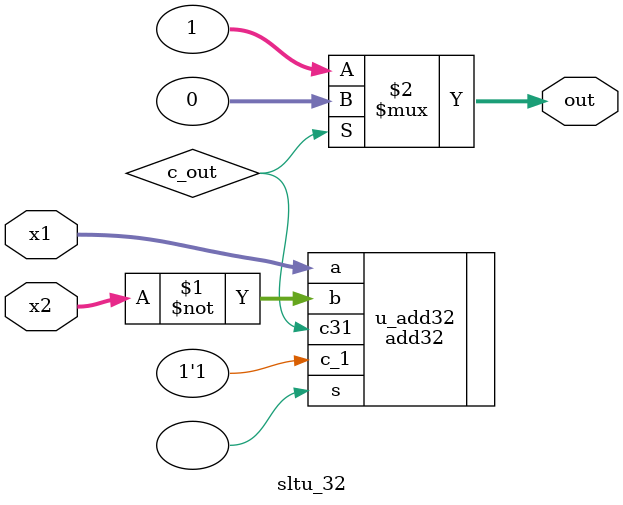
<source format=v>
module sltu_32 #(parameter T = 0.000)(
    input  [31:0] x1,
    input  [31:0] x2,
    output [31:0] out
);
wire c_out;
add32 #(T) u_add32 (
    .a(x1),
    .b(~x2),
    .c_1(1'b1),
    .s(),
    .c31(c_out)
);
assign out = c_out?32'b0:32'b1;
endmodule
</source>
